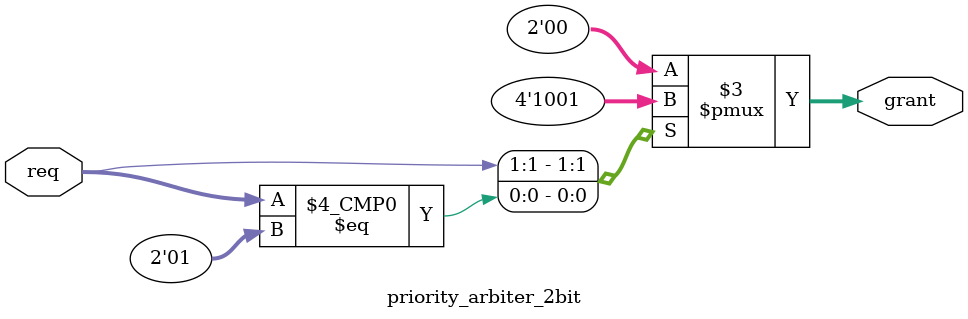
<source format=sv>
module priority_arbiter_2bit (
    input  [1:0] req,     
    output reg [1:0] grant 
);

    always @(*) begin
        casez (req)
            2'b1?: grant = 2'b10; 
            2'b01: grant = 2'b01; 
            default: grant = 2'b00; 
        endcase
    end

endmodule
</source>
